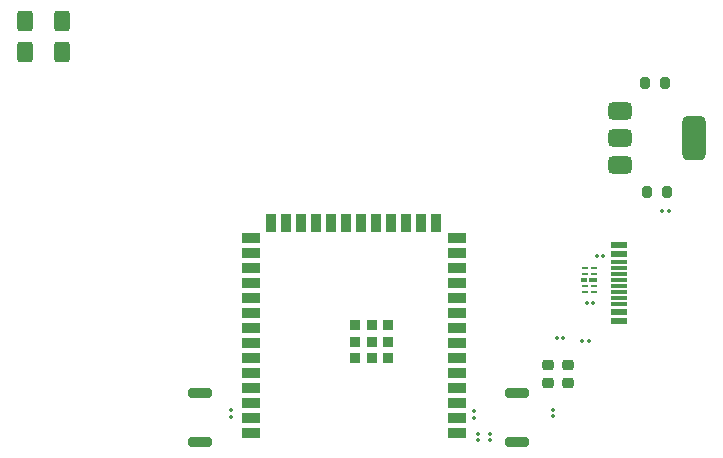
<source format=gbr>
%TF.GenerationSoftware,KiCad,Pcbnew,8.0.3*%
%TF.CreationDate,2024-09-17T15:24:25+02:00*%
%TF.ProjectId,PCB,5043422e-6b69-4636-9164-5f7063625858,rev?*%
%TF.SameCoordinates,Original*%
%TF.FileFunction,Paste,Top*%
%TF.FilePolarity,Positive*%
%FSLAX46Y46*%
G04 Gerber Fmt 4.6, Leading zero omitted, Abs format (unit mm)*
G04 Created by KiCad (PCBNEW 8.0.3) date 2024-09-17 15:24:25*
%MOMM*%
%LPD*%
G01*
G04 APERTURE LIST*
G04 Aperture macros list*
%AMRoundRect*
0 Rectangle with rounded corners*
0 $1 Rounding radius*
0 $2 $3 $4 $5 $6 $7 $8 $9 X,Y pos of 4 corners*
0 Add a 4 corners polygon primitive as box body*
4,1,4,$2,$3,$4,$5,$6,$7,$8,$9,$2,$3,0*
0 Add four circle primitives for the rounded corners*
1,1,$1+$1,$2,$3*
1,1,$1+$1,$4,$5*
1,1,$1+$1,$6,$7*
1,1,$1+$1,$8,$9*
0 Add four rect primitives between the rounded corners*
20,1,$1+$1,$2,$3,$4,$5,0*
20,1,$1+$1,$4,$5,$6,$7,0*
20,1,$1+$1,$6,$7,$8,$9,0*
20,1,$1+$1,$8,$9,$2,$3,0*%
G04 Aperture macros list end*
%ADD10RoundRect,0.067500X-0.067500X-0.067500X0.067500X-0.067500X0.067500X0.067500X-0.067500X0.067500X0*%
%ADD11RoundRect,0.067500X0.067500X0.067500X-0.067500X0.067500X-0.067500X-0.067500X0.067500X-0.067500X0*%
%ADD12RoundRect,0.250000X-0.400000X-0.625000X0.400000X-0.625000X0.400000X0.625000X-0.400000X0.625000X0*%
%ADD13RoundRect,0.067500X-0.067500X0.067500X-0.067500X-0.067500X0.067500X-0.067500X0.067500X0.067500X0*%
%ADD14RoundRect,0.200000X0.200000X0.275000X-0.200000X0.275000X-0.200000X-0.275000X0.200000X-0.275000X0*%
%ADD15RoundRect,0.375000X-0.625000X-0.375000X0.625000X-0.375000X0.625000X0.375000X-0.625000X0.375000X0*%
%ADD16RoundRect,0.500000X-0.500000X-1.400000X0.500000X-1.400000X0.500000X1.400000X-0.500000X1.400000X0*%
%ADD17RoundRect,0.067500X0.067500X-0.067500X0.067500X0.067500X-0.067500X0.067500X-0.067500X-0.067500X0*%
%ADD18R,0.625000X0.250000*%
%ADD19R,0.700000X0.450000*%
%ADD20R,0.575000X0.450000*%
%ADD21R,1.450000X0.600000*%
%ADD22R,1.450000X0.300000*%
%ADD23RoundRect,0.200000X0.800000X-0.200000X0.800000X0.200000X-0.800000X0.200000X-0.800000X-0.200000X0*%
%ADD24RoundRect,0.218750X-0.256250X0.218750X-0.256250X-0.218750X0.256250X-0.218750X0.256250X0.218750X0*%
%ADD25R,0.900000X0.900000*%
%ADD26R,1.500000X0.900000*%
%ADD27R,0.900000X1.500000*%
G04 APERTURE END LIST*
D10*
%TO.C,R5*%
X156700000Y-123250000D03*
X157250000Y-123250000D03*
%TD*%
D11*
%TO.C,R2*%
X160635000Y-116280000D03*
X160085000Y-116280000D03*
%TD*%
D12*
%TO.C,JP8*%
X111650000Y-96400000D03*
X114750000Y-96400000D03*
%TD*%
D13*
%TO.C,C10*%
X150019000Y-131365000D03*
X150019000Y-131915000D03*
%TD*%
%TO.C,C9*%
X151035000Y-131365000D03*
X151035000Y-131915000D03*
%TD*%
D10*
%TO.C,R4*%
X158835000Y-123480000D03*
X159385000Y-123480000D03*
%TD*%
D14*
%TO.C,C5*%
X165985000Y-110880000D03*
X164335000Y-110880000D03*
%TD*%
D13*
%TO.C,C2*%
X156369000Y-129337000D03*
X156369000Y-129887000D03*
%TD*%
D15*
%TO.C,U4*%
X162010000Y-104030000D03*
X162010000Y-106330000D03*
D16*
X168310000Y-106330000D03*
D15*
X162010000Y-108630000D03*
%TD*%
D17*
%TO.C,C1*%
X129060000Y-129891000D03*
X129060000Y-129341000D03*
%TD*%
D12*
%TO.C,JP7*%
X111650000Y-99000000D03*
X114750000Y-99000000D03*
%TD*%
D18*
%TO.C,U3*%
X159810000Y-119330000D03*
X159810000Y-118830000D03*
D19*
X159772500Y-118330000D03*
D18*
X159810000Y-117830000D03*
X159810000Y-117330000D03*
X159035000Y-117330000D03*
X159035000Y-117830000D03*
D20*
X159010000Y-118330000D03*
D18*
X159035000Y-118830000D03*
X159035000Y-119330000D03*
%TD*%
D21*
%TO.C,J1*%
X161965000Y-121830000D03*
X161965000Y-121030000D03*
D22*
X161965000Y-119830000D03*
X161965000Y-118830000D03*
X161965000Y-118330000D03*
X161965000Y-117330000D03*
D21*
X161965000Y-116130000D03*
X161965000Y-115330000D03*
X161965000Y-115330000D03*
X161965000Y-116130000D03*
D22*
X161965000Y-116830000D03*
X161965000Y-117830000D03*
X161965000Y-119330000D03*
X161965000Y-120330000D03*
D21*
X161965000Y-121030000D03*
X161965000Y-121830000D03*
%TD*%
D10*
%TO.C,C4*%
X165598000Y-112467000D03*
X166148000Y-112467000D03*
%TD*%
D23*
%TO.C,SW1*%
X126460000Y-132080000D03*
X126460000Y-127880000D03*
%TD*%
D17*
%TO.C,R1*%
X149710000Y-129980000D03*
X149710000Y-129430000D03*
%TD*%
D14*
%TO.C,C7*%
X165835000Y-101680000D03*
X164185000Y-101680000D03*
%TD*%
D24*
%TO.C,D1*%
X157660000Y-125492500D03*
X157660000Y-127067500D03*
%TD*%
D23*
%TO.C,SW2*%
X153310000Y-132080000D03*
X153310000Y-127880000D03*
%TD*%
D25*
%TO.C,U6*%
X142414394Y-122180000D03*
X142410000Y-124980000D03*
X142410000Y-123580000D03*
X141014394Y-122180000D03*
X141010000Y-124980000D03*
X141010000Y-123580000D03*
X139614394Y-122180000D03*
X139610000Y-124980000D03*
X139610000Y-123580000D03*
D26*
X148260000Y-131300000D03*
X148260000Y-130030000D03*
X148260000Y-128760000D03*
X148260000Y-127490000D03*
X148260000Y-126220000D03*
X148260000Y-124950000D03*
X148260000Y-123680000D03*
X148260000Y-122410000D03*
X148260000Y-121140000D03*
X148260000Y-119870000D03*
X148260000Y-118600000D03*
X148260000Y-117330000D03*
X148260000Y-116060000D03*
X148260000Y-114790000D03*
D27*
X146495000Y-113540000D03*
X145225000Y-113540000D03*
X143955000Y-113540000D03*
X142685000Y-113540000D03*
X141415000Y-113540000D03*
X140145000Y-113540000D03*
X138875000Y-113540000D03*
X137605000Y-113540000D03*
X136335000Y-113540000D03*
X135065000Y-113540000D03*
X133795000Y-113540000D03*
X132525000Y-113540000D03*
D26*
X130760000Y-114790000D03*
X130760000Y-116060000D03*
X130760000Y-117330000D03*
X130760000Y-118600000D03*
X130760000Y-119870000D03*
X130760000Y-121140000D03*
X130760000Y-122410000D03*
X130760000Y-123680000D03*
X130760000Y-124950000D03*
X130760000Y-126220000D03*
X130760000Y-127490000D03*
X130760000Y-128760000D03*
X130760000Y-130030000D03*
X130760000Y-131300000D03*
%TD*%
D24*
%TO.C,D2*%
X155910000Y-125492500D03*
X155910000Y-127067500D03*
%TD*%
D11*
%TO.C,R3*%
X159785000Y-120280000D03*
X159235000Y-120280000D03*
%TD*%
M02*

</source>
